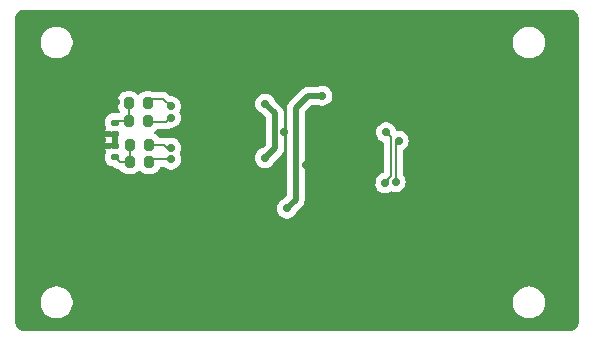
<source format=gbr>
%TF.GenerationSoftware,KiCad,Pcbnew,8.0.6-8.0.6-0~ubuntu22.04.1*%
%TF.CreationDate,2024-12-18T19:34:15+01:00*%
%TF.ProjectId,Xplore ERC IMU,58706c6f-7265-4204-9552-4320494d552e,rev?*%
%TF.SameCoordinates,Original*%
%TF.FileFunction,Copper,L2,Bot*%
%TF.FilePolarity,Positive*%
%FSLAX46Y46*%
G04 Gerber Fmt 4.6, Leading zero omitted, Abs format (unit mm)*
G04 Created by KiCad (PCBNEW 8.0.6-8.0.6-0~ubuntu22.04.1) date 2024-12-18 19:34:15*
%MOMM*%
%LPD*%
G01*
G04 APERTURE LIST*
G04 Aperture macros list*
%AMRoundRect*
0 Rectangle with rounded corners*
0 $1 Rounding radius*
0 $2 $3 $4 $5 $6 $7 $8 $9 X,Y pos of 4 corners*
0 Add a 4 corners polygon primitive as box body*
4,1,4,$2,$3,$4,$5,$6,$7,$8,$9,$2,$3,0*
0 Add four circle primitives for the rounded corners*
1,1,$1+$1,$2,$3*
1,1,$1+$1,$4,$5*
1,1,$1+$1,$6,$7*
1,1,$1+$1,$8,$9*
0 Add four rect primitives between the rounded corners*
20,1,$1+$1,$2,$3,$4,$5,0*
20,1,$1+$1,$4,$5,$6,$7,0*
20,1,$1+$1,$6,$7,$8,$9,0*
20,1,$1+$1,$8,$9,$2,$3,0*%
G04 Aperture macros list end*
%TA.AperFunction,SMDPad,CuDef*%
%ADD10RoundRect,0.200000X0.200000X0.275000X-0.200000X0.275000X-0.200000X-0.275000X0.200000X-0.275000X0*%
%TD*%
%TA.AperFunction,SMDPad,CuDef*%
%ADD11RoundRect,0.140000X0.170000X-0.140000X0.170000X0.140000X-0.170000X0.140000X-0.170000X-0.140000X0*%
%TD*%
%TA.AperFunction,SMDPad,CuDef*%
%ADD12RoundRect,0.140000X-0.170000X0.140000X-0.170000X-0.140000X0.170000X-0.140000X0.170000X0.140000X0*%
%TD*%
%TA.AperFunction,SMDPad,CuDef*%
%ADD13RoundRect,0.200000X-0.200000X-0.275000X0.200000X-0.275000X0.200000X0.275000X-0.200000X0.275000X0*%
%TD*%
%TA.AperFunction,ViaPad*%
%ADD14C,0.700000*%
%TD*%
%TA.AperFunction,Conductor*%
%ADD15C,0.500000*%
%TD*%
%TA.AperFunction,Conductor*%
%ADD16C,0.200000*%
%TD*%
%TA.AperFunction,Conductor*%
%ADD17C,0.143500*%
%TD*%
G04 APERTURE END LIST*
D10*
%TO.P,R7,1*%
%TO.N,/CANSDA-*%
X129257443Y-98619464D03*
%TO.P,R7,2*%
%TO.N,Net-(C9-Pad1)*%
X127607443Y-98619464D03*
%TD*%
%TO.P,R4,1*%
%TO.N,/CANSDA+*%
X129257443Y-100119464D03*
%TO.P,R4,2*%
%TO.N,Net-(C9-Pad1)*%
X127607443Y-100119464D03*
%TD*%
D11*
%TO.P,C8,1*%
%TO.N,Net-(C8-Pad1)*%
X126425000Y-103210000D03*
%TO.P,C8,2*%
%TO.N,GND*%
X126425000Y-102250000D03*
%TD*%
D12*
%TO.P,C9,1*%
%TO.N,Net-(C9-Pad1)*%
X126425000Y-100270000D03*
%TO.P,C9,2*%
%TO.N,GND*%
X126425000Y-101230000D03*
%TD*%
D10*
%TO.P,R1,1*%
%TO.N,/CANSCL+*%
X129354008Y-102148377D03*
%TO.P,R1,2*%
%TO.N,Net-(C8-Pad1)*%
X127704008Y-102148377D03*
%TD*%
D13*
%TO.P,R3,1*%
%TO.N,Net-(C8-Pad1)*%
X127686622Y-103642080D03*
%TO.P,R3,2*%
%TO.N,/CANSCL-*%
X129336622Y-103642080D03*
%TD*%
D14*
%TO.N,+3.3V*%
X144000000Y-98000000D03*
X141000000Y-107550000D03*
%TO.N,GND*%
X126500000Y-93500000D03*
X142600000Y-103900000D03*
X156500000Y-93500000D03*
X126500000Y-113500000D03*
X131300000Y-107500000D03*
X134200000Y-99350000D03*
X148700000Y-100250000D03*
X144090487Y-111209726D03*
X148200000Y-105300000D03*
X156500000Y-113500000D03*
X153239430Y-104479810D03*
X132950000Y-101150000D03*
X134600000Y-96850000D03*
X153450000Y-112700000D03*
X154150000Y-98550000D03*
X153285980Y-106215000D03*
X145900000Y-113900000D03*
X147500000Y-106650000D03*
X152977867Y-101139133D03*
X121500000Y-103500000D03*
X121500000Y-113500000D03*
X131500000Y-93500000D03*
X149900000Y-109550000D03*
X132700000Y-97500000D03*
X150500000Y-113900000D03*
X140791977Y-101085994D03*
X161500000Y-103500000D03*
X151500000Y-93500000D03*
X156500000Y-98500000D03*
X146500000Y-93500000D03*
X153150246Y-108176882D03*
X138800000Y-105000000D03*
X136500000Y-98500000D03*
X133650000Y-105300000D03*
X134208446Y-102920995D03*
X135700000Y-105200000D03*
X137067197Y-101207422D03*
X124999999Y-101750000D03*
X137750000Y-103350000D03*
X148250000Y-113900000D03*
X131250000Y-108800000D03*
X136200000Y-97100000D03*
X151500000Y-98500000D03*
X131000000Y-97250000D03*
X136750000Y-104300000D03*
X131250000Y-105250000D03*
X161500000Y-113500000D03*
X152950000Y-102950000D03*
X161500000Y-108500000D03*
X136500000Y-93500000D03*
X126500000Y-98500000D03*
%TO.N,+5V*%
X139175000Y-98675000D03*
X139156142Y-103268857D03*
%TO.N,/CANSCL-*%
X131197354Y-103400000D03*
%TO.N,/CANSCL+*%
X131194056Y-102400000D03*
%TO.N,/CANSDA-*%
X131166102Y-98905522D03*
%TO.N,/CANSDA+*%
X131166102Y-99855522D03*
%TO.N,/SCL*%
X149300000Y-105400000D03*
X149400000Y-101100000D03*
%TO.N,/SDA*%
X150200000Y-105300000D03*
X150455761Y-101805761D03*
%TD*%
D15*
%TO.N,+3.3V*%
X142800000Y-98000000D02*
X144000000Y-98000000D01*
X141750000Y-99050000D02*
X142800000Y-98000000D01*
X141000000Y-107550000D02*
X141750000Y-106800000D01*
X141750000Y-106800000D02*
X141750000Y-99050000D01*
D16*
%TO.N,GND*%
X126425000Y-101230000D02*
X125519999Y-101230000D01*
X125519999Y-101230000D02*
X124999999Y-101750000D01*
X125499999Y-102250000D02*
X124999999Y-101750000D01*
X126425000Y-102250000D02*
X125499999Y-102250000D01*
D15*
%TO.N,+5V*%
X139156142Y-103268857D02*
X139991977Y-102433022D01*
X139991977Y-99491977D02*
X139175000Y-98675000D01*
X139991977Y-102433022D02*
X139991977Y-99491977D01*
D16*
%TO.N,Net-(C8-Pad1)*%
X127686622Y-103642080D02*
X126857080Y-103642080D01*
X127704008Y-103624694D02*
X127686622Y-103642080D01*
X127704008Y-102148377D02*
X127704008Y-103624694D01*
X126857080Y-103642080D02*
X126425000Y-103210000D01*
%TO.N,Net-(C9-Pad1)*%
X126575536Y-100119464D02*
X126425000Y-100270000D01*
X127607443Y-100119464D02*
X126575536Y-100119464D01*
X127607443Y-98619464D02*
X127607443Y-100119464D01*
%TO.N,/CANSCL-*%
X129336622Y-103642080D02*
X129578702Y-103400000D01*
X129578702Y-103400000D02*
X131197354Y-103400000D01*
%TO.N,/CANSCL+*%
X129354008Y-102148377D02*
X130582128Y-102148377D01*
X130833751Y-102400000D02*
X131194056Y-102400000D01*
X130582128Y-102148377D02*
X130833751Y-102400000D01*
D17*
%TO.N,/CANSDA-*%
X131349001Y-99010000D02*
X131393006Y-98965995D01*
X129626907Y-98250000D02*
X129257443Y-98619464D01*
X131166102Y-98905522D02*
X130510580Y-98250000D01*
X130510580Y-98250000D02*
X129626907Y-98250000D01*
%TO.N,/CANSDA+*%
X131329500Y-99879500D02*
X131259000Y-99950000D01*
X131166102Y-99855522D02*
X130771624Y-100250000D01*
X129387979Y-100250000D02*
X129257443Y-100119464D01*
X130771624Y-100250000D02*
X129387979Y-100250000D01*
D16*
%TO.N,/SCL*%
X149550000Y-105030761D02*
X149550000Y-105150000D01*
X149550000Y-105150000D02*
X149300000Y-105400000D01*
X149800000Y-104780761D02*
X149550000Y-105030761D01*
X149400000Y-101100000D02*
X149800000Y-101500000D01*
X149800000Y-101500000D02*
X149800000Y-104780761D01*
%TO.N,/SDA*%
X150455761Y-101805761D02*
X150200000Y-102061522D01*
X150200000Y-102061522D02*
X150200000Y-105300000D01*
%TD*%
%TA.AperFunction,Conductor*%
%TO.N,GND*%
G36*
X165006061Y-90708204D02*
G01*
X165124316Y-90719851D01*
X165148144Y-90724590D01*
X165256003Y-90757309D01*
X165278451Y-90766608D01*
X165377853Y-90819739D01*
X165398059Y-90833241D01*
X165485176Y-90904736D01*
X165502365Y-90921925D01*
X165573861Y-91009044D01*
X165587366Y-91029256D01*
X165640490Y-91128647D01*
X165649791Y-91151103D01*
X165682507Y-91258951D01*
X165687250Y-91282794D01*
X165698901Y-91401103D01*
X165699498Y-91413256D01*
X165699498Y-91464686D01*
X165699499Y-91464699D01*
X165699500Y-117152405D01*
X165699500Y-117193907D01*
X165698903Y-117206062D01*
X165687256Y-117324311D01*
X165682514Y-117348151D01*
X165649798Y-117456002D01*
X165640495Y-117478461D01*
X165587370Y-117577849D01*
X165573866Y-117598059D01*
X165502369Y-117685179D01*
X165485179Y-117702369D01*
X165398059Y-117773866D01*
X165377849Y-117787370D01*
X165278461Y-117840495D01*
X165256002Y-117849798D01*
X165148151Y-117882514D01*
X165124311Y-117887256D01*
X165037215Y-117895834D01*
X165006060Y-117898903D01*
X164993907Y-117899500D01*
X118764699Y-117899500D01*
X118764687Y-117899499D01*
X118713195Y-117899499D01*
X118701042Y-117898902D01*
X118582793Y-117887257D01*
X118558955Y-117882515D01*
X118451103Y-117849800D01*
X118428646Y-117840498D01*
X118378948Y-117813935D01*
X118329247Y-117787369D01*
X118309042Y-117773868D01*
X118221920Y-117702369D01*
X118204733Y-117685182D01*
X118133235Y-117598062D01*
X118119730Y-117577851D01*
X118119729Y-117577849D01*
X118066602Y-117478455D01*
X118057303Y-117456005D01*
X118024586Y-117348153D01*
X118019844Y-117324317D01*
X118008204Y-117206141D01*
X118007607Y-117193987D01*
X118007607Y-115393713D01*
X120149500Y-115393713D01*
X120149500Y-115606286D01*
X120182753Y-115816239D01*
X120248444Y-116018414D01*
X120344951Y-116207820D01*
X120469890Y-116379786D01*
X120620213Y-116530109D01*
X120792179Y-116655048D01*
X120792181Y-116655049D01*
X120792184Y-116655051D01*
X120981588Y-116751557D01*
X121183757Y-116817246D01*
X121393713Y-116850500D01*
X121393714Y-116850500D01*
X121606286Y-116850500D01*
X121606287Y-116850500D01*
X121816243Y-116817246D01*
X122018412Y-116751557D01*
X122207816Y-116655051D01*
X122229789Y-116639086D01*
X122379786Y-116530109D01*
X122379788Y-116530106D01*
X122379792Y-116530104D01*
X122530104Y-116379792D01*
X122530106Y-116379788D01*
X122530109Y-116379786D01*
X122655048Y-116207820D01*
X122655047Y-116207820D01*
X122655051Y-116207816D01*
X122751557Y-116018412D01*
X122817246Y-115816243D01*
X122850500Y-115606287D01*
X122850500Y-115393713D01*
X160149500Y-115393713D01*
X160149500Y-115606286D01*
X160182753Y-115816239D01*
X160248444Y-116018414D01*
X160344951Y-116207820D01*
X160469890Y-116379786D01*
X160620213Y-116530109D01*
X160792179Y-116655048D01*
X160792181Y-116655049D01*
X160792184Y-116655051D01*
X160981588Y-116751557D01*
X161183757Y-116817246D01*
X161393713Y-116850500D01*
X161393714Y-116850500D01*
X161606286Y-116850500D01*
X161606287Y-116850500D01*
X161816243Y-116817246D01*
X162018412Y-116751557D01*
X162207816Y-116655051D01*
X162229789Y-116639086D01*
X162379786Y-116530109D01*
X162379788Y-116530106D01*
X162379792Y-116530104D01*
X162530104Y-116379792D01*
X162530106Y-116379788D01*
X162530109Y-116379786D01*
X162655048Y-116207820D01*
X162655047Y-116207820D01*
X162655051Y-116207816D01*
X162751557Y-116018412D01*
X162817246Y-115816243D01*
X162850500Y-115606287D01*
X162850500Y-115393713D01*
X162817246Y-115183757D01*
X162751557Y-114981588D01*
X162655051Y-114792184D01*
X162655049Y-114792181D01*
X162655048Y-114792179D01*
X162530109Y-114620213D01*
X162379786Y-114469890D01*
X162207820Y-114344951D01*
X162018414Y-114248444D01*
X162018413Y-114248443D01*
X162018412Y-114248443D01*
X161816243Y-114182754D01*
X161816241Y-114182753D01*
X161816240Y-114182753D01*
X161654957Y-114157208D01*
X161606287Y-114149500D01*
X161393713Y-114149500D01*
X161345042Y-114157208D01*
X161183760Y-114182753D01*
X160981585Y-114248444D01*
X160792179Y-114344951D01*
X160620213Y-114469890D01*
X160469890Y-114620213D01*
X160344951Y-114792179D01*
X160248444Y-114981585D01*
X160182753Y-115183760D01*
X160149500Y-115393713D01*
X122850500Y-115393713D01*
X122817246Y-115183757D01*
X122751557Y-114981588D01*
X122655051Y-114792184D01*
X122655049Y-114792181D01*
X122655048Y-114792179D01*
X122530109Y-114620213D01*
X122379786Y-114469890D01*
X122207820Y-114344951D01*
X122018414Y-114248444D01*
X122018413Y-114248443D01*
X122018412Y-114248443D01*
X121816243Y-114182754D01*
X121816241Y-114182753D01*
X121816240Y-114182753D01*
X121654957Y-114157208D01*
X121606287Y-114149500D01*
X121393713Y-114149500D01*
X121345042Y-114157208D01*
X121183760Y-114182753D01*
X120981585Y-114248444D01*
X120792179Y-114344951D01*
X120620213Y-114469890D01*
X120469890Y-114620213D01*
X120344951Y-114792179D01*
X120248444Y-114981585D01*
X120182753Y-115183760D01*
X120149500Y-115393713D01*
X118007607Y-115393713D01*
X118007607Y-107550000D01*
X140144815Y-107550000D01*
X140163503Y-107727805D01*
X140163504Y-107727807D01*
X140218747Y-107897829D01*
X140218750Y-107897835D01*
X140308141Y-108052665D01*
X140349812Y-108098946D01*
X140427764Y-108185521D01*
X140427767Y-108185523D01*
X140427770Y-108185526D01*
X140572407Y-108290612D01*
X140735733Y-108363329D01*
X140910609Y-108400500D01*
X140910610Y-108400500D01*
X141089389Y-108400500D01*
X141089391Y-108400500D01*
X141264267Y-108363329D01*
X141427593Y-108290612D01*
X141572230Y-108185526D01*
X141691859Y-108052665D01*
X141781250Y-107897835D01*
X141804644Y-107825832D01*
X141834888Y-107776477D01*
X142332951Y-107278416D01*
X142415084Y-107155495D01*
X142471658Y-107018913D01*
X142500500Y-106873918D01*
X142500500Y-106726083D01*
X142500500Y-105400000D01*
X148444815Y-105400000D01*
X148463503Y-105577805D01*
X148463504Y-105577807D01*
X148518747Y-105747829D01*
X148518750Y-105747835D01*
X148608141Y-105902665D01*
X148649812Y-105948946D01*
X148727764Y-106035521D01*
X148727767Y-106035523D01*
X148727770Y-106035526D01*
X148872407Y-106140612D01*
X149035733Y-106213329D01*
X149210609Y-106250500D01*
X149210610Y-106250500D01*
X149389389Y-106250500D01*
X149389391Y-106250500D01*
X149564267Y-106213329D01*
X149727593Y-106140612D01*
X149772042Y-106108316D01*
X149837844Y-106084836D01*
X149895362Y-106095354D01*
X149935733Y-106113329D01*
X150110609Y-106150500D01*
X150110610Y-106150500D01*
X150289389Y-106150500D01*
X150289391Y-106150500D01*
X150464267Y-106113329D01*
X150627593Y-106040612D01*
X150772230Y-105935526D01*
X150891859Y-105802665D01*
X150981250Y-105647835D01*
X151036497Y-105477803D01*
X151055185Y-105300000D01*
X151036497Y-105122197D01*
X150981250Y-104952165D01*
X150891859Y-104797335D01*
X150891855Y-104797329D01*
X150832350Y-104731242D01*
X150802120Y-104668250D01*
X150800500Y-104648270D01*
X150800500Y-102663788D01*
X150820185Y-102596749D01*
X150872989Y-102550994D01*
X150874021Y-102550527D01*
X150883354Y-102546373D01*
X151027991Y-102441287D01*
X151147620Y-102308426D01*
X151237011Y-102153596D01*
X151292258Y-101983564D01*
X151310946Y-101805761D01*
X151292258Y-101627958D01*
X151259842Y-101528192D01*
X151237013Y-101457931D01*
X151237010Y-101457925D01*
X151231185Y-101447835D01*
X151147620Y-101303096D01*
X151078847Y-101226716D01*
X151027996Y-101170239D01*
X151027993Y-101170237D01*
X151027992Y-101170236D01*
X151027991Y-101170235D01*
X150883354Y-101065149D01*
X150720028Y-100992432D01*
X150720026Y-100992431D01*
X150548346Y-100955940D01*
X150545152Y-100955261D01*
X150366370Y-100955261D01*
X150366367Y-100955261D01*
X150364133Y-100955736D01*
X150362812Y-100955635D01*
X150359912Y-100955940D01*
X150359856Y-100955409D01*
X150294467Y-100950413D01*
X150238737Y-100908270D01*
X150220434Y-100872761D01*
X150181252Y-100752170D01*
X150181249Y-100752164D01*
X150091859Y-100597335D01*
X150014120Y-100510997D01*
X149972235Y-100464478D01*
X149972232Y-100464476D01*
X149972231Y-100464475D01*
X149972230Y-100464474D01*
X149827593Y-100359388D01*
X149664267Y-100286671D01*
X149664265Y-100286670D01*
X149536594Y-100259533D01*
X149489391Y-100249500D01*
X149310609Y-100249500D01*
X149279954Y-100256015D01*
X149135733Y-100286670D01*
X149135728Y-100286672D01*
X148972408Y-100359387D01*
X148827768Y-100464475D01*
X148708140Y-100597336D01*
X148618750Y-100752164D01*
X148618747Y-100752170D01*
X148563504Y-100922192D01*
X148563503Y-100922194D01*
X148544815Y-101100000D01*
X148563503Y-101277805D01*
X148563504Y-101277807D01*
X148618747Y-101447829D01*
X148618750Y-101447835D01*
X148708141Y-101602665D01*
X148730915Y-101627958D01*
X148827764Y-101735521D01*
X148827767Y-101735523D01*
X148827770Y-101735526D01*
X148972407Y-101840612D01*
X149125936Y-101908967D01*
X149179172Y-101954216D01*
X149199494Y-102021065D01*
X149199500Y-102022246D01*
X149199500Y-104451447D01*
X149179815Y-104518486D01*
X149127011Y-104564241D01*
X149101283Y-104572737D01*
X149035730Y-104586671D01*
X149035728Y-104586672D01*
X148872408Y-104659387D01*
X148727768Y-104764475D01*
X148608140Y-104897336D01*
X148518750Y-105052164D01*
X148518747Y-105052170D01*
X148463504Y-105222192D01*
X148463503Y-105222194D01*
X148444815Y-105400000D01*
X142500500Y-105400000D01*
X142500500Y-99412229D01*
X142520185Y-99345190D01*
X142536819Y-99324548D01*
X143074548Y-98786819D01*
X143135871Y-98753334D01*
X143162229Y-98750500D01*
X143568259Y-98750500D01*
X143618693Y-98761219D01*
X143735733Y-98813329D01*
X143910609Y-98850500D01*
X143910610Y-98850500D01*
X144089389Y-98850500D01*
X144089391Y-98850500D01*
X144264267Y-98813329D01*
X144427593Y-98740612D01*
X144572230Y-98635526D01*
X144591050Y-98614625D01*
X144598148Y-98606741D01*
X144691859Y-98502665D01*
X144781250Y-98347835D01*
X144836497Y-98177803D01*
X144855185Y-98000000D01*
X144836497Y-97822197D01*
X144781250Y-97652165D01*
X144691859Y-97497335D01*
X144619568Y-97417048D01*
X144572235Y-97364478D01*
X144572232Y-97364476D01*
X144572231Y-97364475D01*
X144572230Y-97364474D01*
X144427593Y-97259388D01*
X144264267Y-97186671D01*
X144264265Y-97186670D01*
X144136594Y-97159533D01*
X144089391Y-97149500D01*
X143910609Y-97149500D01*
X143879954Y-97156015D01*
X143735733Y-97186670D01*
X143618694Y-97238780D01*
X143568259Y-97249500D01*
X142726080Y-97249500D01*
X142581092Y-97278340D01*
X142581082Y-97278343D01*
X142444511Y-97334912D01*
X142444498Y-97334919D01*
X142321584Y-97417048D01*
X142321580Y-97417051D01*
X141167045Y-98571586D01*
X141138292Y-98614622D01*
X141138290Y-98614625D01*
X141084919Y-98694498D01*
X141084912Y-98694511D01*
X141028343Y-98831082D01*
X141028340Y-98831092D01*
X140999500Y-98976079D01*
X140999500Y-106437769D01*
X140979815Y-106504808D01*
X140963181Y-106525450D01*
X140780820Y-106707810D01*
X140740894Y-106732289D01*
X140741669Y-106734029D01*
X140735736Y-106736670D01*
X140735733Y-106736671D01*
X140572408Y-106809388D01*
X140572406Y-106809389D01*
X140427768Y-106914475D01*
X140308140Y-107047336D01*
X140218750Y-107202164D01*
X140218747Y-107202170D01*
X140163504Y-107372192D01*
X140163503Y-107372194D01*
X140144815Y-107550000D01*
X118007607Y-107550000D01*
X118007607Y-102000000D01*
X125620496Y-102000000D01*
X126175000Y-102000000D01*
X126175000Y-101480000D01*
X125620496Y-101480000D01*
X125662968Y-101626194D01*
X125692943Y-101676880D01*
X125710125Y-101744604D01*
X125692943Y-101803120D01*
X125662968Y-101853805D01*
X125620496Y-102000000D01*
X118007607Y-102000000D01*
X118007607Y-100065302D01*
X125614500Y-100065302D01*
X125614500Y-100474697D01*
X125617356Y-100510991D01*
X125617357Y-100510997D01*
X125662504Y-100666390D01*
X125662507Y-100666397D01*
X125674910Y-100687370D01*
X125692093Y-100755094D01*
X125674912Y-100813608D01*
X125662968Y-100833804D01*
X125620496Y-100980000D01*
X125926648Y-100980000D01*
X125989766Y-100997267D01*
X125998605Y-101002494D01*
X125998608Y-101002494D01*
X125998610Y-101002496D01*
X126154002Y-101047642D01*
X126154005Y-101047642D01*
X126154007Y-101047643D01*
X126190310Y-101050500D01*
X126190318Y-101050500D01*
X126551000Y-101050500D01*
X126618039Y-101070185D01*
X126663794Y-101122989D01*
X126675000Y-101174500D01*
X126675000Y-102305500D01*
X126655315Y-102372539D01*
X126602511Y-102418294D01*
X126551000Y-102429500D01*
X126190302Y-102429500D01*
X126154008Y-102432356D01*
X126154002Y-102432357D01*
X125998610Y-102477503D01*
X125998605Y-102477506D01*
X125989766Y-102482732D01*
X125926648Y-102500000D01*
X125620496Y-102500000D01*
X125662968Y-102646194D01*
X125674911Y-102666389D01*
X125692092Y-102734113D01*
X125674911Y-102792628D01*
X125662506Y-102813604D01*
X125662504Y-102813609D01*
X125617357Y-102969002D01*
X125617356Y-102969008D01*
X125614500Y-103005302D01*
X125614500Y-103414697D01*
X125617356Y-103450991D01*
X125617357Y-103450997D01*
X125662504Y-103606390D01*
X125662505Y-103606393D01*
X125744881Y-103745684D01*
X125744887Y-103745692D01*
X125859307Y-103860112D01*
X125859311Y-103860115D01*
X125859313Y-103860117D01*
X125998605Y-103942494D01*
X126039587Y-103954400D01*
X126154002Y-103987642D01*
X126154005Y-103987642D01*
X126154007Y-103987643D01*
X126190310Y-103990500D01*
X126304901Y-103990500D01*
X126371940Y-104010185D01*
X126392582Y-104026818D01*
X126488364Y-104122600D01*
X126488366Y-104122601D01*
X126488370Y-104122604D01*
X126625289Y-104201653D01*
X126625296Y-104201657D01*
X126737099Y-104231614D01*
X126778022Y-104242580D01*
X126778023Y-104242580D01*
X126794907Y-104242580D01*
X126861946Y-104262265D01*
X126901024Y-104302430D01*
X126931152Y-104352268D01*
X127051433Y-104472549D01*
X127051435Y-104472550D01*
X127051437Y-104472552D01*
X127197016Y-104560558D01*
X127359426Y-104611166D01*
X127430006Y-104617580D01*
X127430009Y-104617580D01*
X127943235Y-104617580D01*
X127943238Y-104617580D01*
X128013818Y-104611166D01*
X128176228Y-104560558D01*
X128321807Y-104472552D01*
X128342912Y-104451447D01*
X128423941Y-104370419D01*
X128485264Y-104336934D01*
X128554956Y-104341918D01*
X128599303Y-104370419D01*
X128701433Y-104472549D01*
X128701435Y-104472550D01*
X128701437Y-104472552D01*
X128847016Y-104560558D01*
X129009426Y-104611166D01*
X129080006Y-104617580D01*
X129080009Y-104617580D01*
X129593235Y-104617580D01*
X129593238Y-104617580D01*
X129663818Y-104611166D01*
X129826228Y-104560558D01*
X129971807Y-104472552D01*
X130092094Y-104352265D01*
X130180100Y-104206686D01*
X130217205Y-104087609D01*
X130255942Y-104029462D01*
X130319967Y-104001488D01*
X130335590Y-104000500D01*
X130538625Y-104000500D01*
X130605664Y-104020185D01*
X130621599Y-104032351D01*
X130625120Y-104035521D01*
X130625124Y-104035526D01*
X130769761Y-104140612D01*
X130933087Y-104213329D01*
X131107963Y-104250500D01*
X131107964Y-104250500D01*
X131286743Y-104250500D01*
X131286745Y-104250500D01*
X131461621Y-104213329D01*
X131624947Y-104140612D01*
X131769584Y-104035526D01*
X131889213Y-103902665D01*
X131978604Y-103747835D01*
X132033851Y-103577803D01*
X132052539Y-103400000D01*
X132038755Y-103268857D01*
X138300957Y-103268857D01*
X138319645Y-103446662D01*
X138319646Y-103446664D01*
X138374889Y-103616686D01*
X138374892Y-103616692D01*
X138464283Y-103771522D01*
X138505954Y-103817803D01*
X138583906Y-103904378D01*
X138583909Y-103904380D01*
X138583912Y-103904383D01*
X138728549Y-104009469D01*
X138891875Y-104082186D01*
X139066751Y-104119357D01*
X139066752Y-104119357D01*
X139245531Y-104119357D01*
X139245533Y-104119357D01*
X139420409Y-104082186D01*
X139583735Y-104009469D01*
X139728372Y-103904383D01*
X139848001Y-103771522D01*
X139937392Y-103616692D01*
X139960786Y-103544689D01*
X139991032Y-103495332D01*
X140574928Y-102911438D01*
X140657061Y-102788517D01*
X140713635Y-102651935D01*
X140724612Y-102596749D01*
X140742477Y-102506942D01*
X140742477Y-99418056D01*
X140713636Y-99273069D01*
X140713635Y-99273068D01*
X140713635Y-99273064D01*
X140705470Y-99253351D01*
X140657064Y-99136488D01*
X140657057Y-99136475D01*
X140607521Y-99062340D01*
X140607519Y-99062337D01*
X140574931Y-99013563D01*
X140009892Y-98448524D01*
X139979642Y-98399160D01*
X139956250Y-98327165D01*
X139956248Y-98327161D01*
X139923245Y-98269998D01*
X139866859Y-98172335D01*
X139747235Y-98039478D01*
X139747232Y-98039476D01*
X139747231Y-98039475D01*
X139747230Y-98039474D01*
X139602593Y-97934388D01*
X139439267Y-97861671D01*
X139439265Y-97861670D01*
X139311594Y-97834533D01*
X139264391Y-97824500D01*
X139085609Y-97824500D01*
X139054954Y-97831015D01*
X138910733Y-97861670D01*
X138910728Y-97861672D01*
X138747408Y-97934387D01*
X138602768Y-98039475D01*
X138483140Y-98172336D01*
X138393750Y-98327164D01*
X138393747Y-98327170D01*
X138338504Y-98497192D01*
X138338503Y-98497194D01*
X138319815Y-98675000D01*
X138338503Y-98852805D01*
X138338504Y-98852807D01*
X138393747Y-99022829D01*
X138393750Y-99022835D01*
X138483141Y-99177665D01*
X138516430Y-99214636D01*
X138602764Y-99310521D01*
X138602767Y-99310523D01*
X138602770Y-99310526D01*
X138747407Y-99415612D01*
X138910733Y-99488329D01*
X138910734Y-99488329D01*
X138916670Y-99490972D01*
X138915890Y-99492723D01*
X138955822Y-99517190D01*
X139205158Y-99766526D01*
X139238643Y-99827849D01*
X139241477Y-99854207D01*
X139241477Y-102070791D01*
X139221792Y-102137830D01*
X139205158Y-102158472D01*
X138936962Y-102426667D01*
X138897036Y-102451146D01*
X138897811Y-102452886D01*
X138891878Y-102455527D01*
X138891875Y-102455528D01*
X138728550Y-102528245D01*
X138728548Y-102528246D01*
X138583910Y-102633332D01*
X138464282Y-102766193D01*
X138374892Y-102921021D01*
X138374889Y-102921027D01*
X138319646Y-103091049D01*
X138319645Y-103091051D01*
X138300957Y-103268857D01*
X132038755Y-103268857D01*
X132033851Y-103222197D01*
X131978604Y-103052165D01*
X131924896Y-102959140D01*
X131908424Y-102891243D01*
X131924897Y-102835144D01*
X131975306Y-102747835D01*
X132030553Y-102577803D01*
X132049241Y-102400000D01*
X132030553Y-102222197D01*
X131975306Y-102052165D01*
X131885915Y-101897335D01*
X131813366Y-101816761D01*
X131766291Y-101764478D01*
X131766288Y-101764476D01*
X131766287Y-101764475D01*
X131766286Y-101764474D01*
X131621649Y-101659388D01*
X131458323Y-101586671D01*
X131458321Y-101586670D01*
X131330650Y-101559533D01*
X131283447Y-101549500D01*
X131104665Y-101549500D01*
X131057461Y-101559533D01*
X130929791Y-101586670D01*
X130929787Y-101586671D01*
X130919995Y-101591031D01*
X130850744Y-101600311D01*
X130822112Y-101590257D01*
X130821427Y-101591912D01*
X130813917Y-101588801D01*
X130795145Y-101583771D01*
X130661185Y-101547876D01*
X130503071Y-101547876D01*
X130495475Y-101547876D01*
X130495459Y-101547877D01*
X130245723Y-101547877D01*
X130178684Y-101528192D01*
X130139606Y-101488027D01*
X130109480Y-101438192D01*
X130109478Y-101438190D01*
X130109477Y-101438188D01*
X129989196Y-101317907D01*
X129989193Y-101317905D01*
X129843614Y-101229899D01*
X129843612Y-101229898D01*
X129843610Y-101229897D01*
X129843611Y-101229897D01*
X129833402Y-101226716D01*
X129775255Y-101187977D01*
X129747284Y-101123951D01*
X129758367Y-101054966D01*
X129804988Y-101002924D01*
X129806030Y-101002286D01*
X129892628Y-100949936D01*
X129934294Y-100908270D01*
X129983996Y-100858569D01*
X130045319Y-100825084D01*
X130071677Y-100822250D01*
X130846959Y-100822250D01*
X130846962Y-100822250D01*
X130992504Y-100783252D01*
X130992507Y-100783250D01*
X130992510Y-100783249D01*
X131097498Y-100722635D01*
X131159497Y-100706022D01*
X131255491Y-100706022D01*
X131255493Y-100706022D01*
X131430369Y-100668851D01*
X131593695Y-100596134D01*
X131738332Y-100491048D01*
X131857961Y-100358187D01*
X131947352Y-100203357D01*
X132002599Y-100033325D01*
X132021287Y-99855522D01*
X132002599Y-99677719D01*
X131952747Y-99524291D01*
X131947354Y-99507692D01*
X131947353Y-99507691D01*
X131947352Y-99507687D01*
X131909726Y-99442518D01*
X131893255Y-99374623D01*
X131909726Y-99318525D01*
X131947352Y-99253357D01*
X132002599Y-99083325D01*
X132021287Y-98905522D01*
X132002599Y-98727719D01*
X131965852Y-98614625D01*
X131947354Y-98557692D01*
X131947351Y-98557686D01*
X131915585Y-98502665D01*
X131857961Y-98402857D01*
X131789812Y-98327170D01*
X131738337Y-98270000D01*
X131738334Y-98269998D01*
X131738333Y-98269997D01*
X131738332Y-98269996D01*
X131593695Y-98164910D01*
X131430369Y-98092193D01*
X131430367Y-98092192D01*
X131302696Y-98065055D01*
X131255493Y-98055022D01*
X131255492Y-98055022D01*
X131176248Y-98055022D01*
X131109209Y-98035337D01*
X131088567Y-98018703D01*
X130861951Y-97792087D01*
X130861946Y-97792083D01*
X130731462Y-97716749D01*
X130731461Y-97716748D01*
X130695074Y-97706998D01*
X130585918Y-97677750D01*
X130585915Y-97677750D01*
X129691354Y-97677750D01*
X129654465Y-97672136D01*
X129642749Y-97668485D01*
X129584639Y-97650378D01*
X129514059Y-97643964D01*
X129000827Y-97643964D01*
X128981588Y-97645712D01*
X128930250Y-97650377D01*
X128767836Y-97700986D01*
X128622254Y-97788994D01*
X128622253Y-97788995D01*
X128520124Y-97891125D01*
X128458801Y-97924610D01*
X128389109Y-97919626D01*
X128344762Y-97891125D01*
X128242631Y-97788994D01*
X128097049Y-97700986D01*
X127934639Y-97650378D01*
X127934637Y-97650377D01*
X127934635Y-97650377D01*
X127885221Y-97645887D01*
X127864059Y-97643964D01*
X127350827Y-97643964D01*
X127331588Y-97645712D01*
X127280250Y-97650377D01*
X127117836Y-97700986D01*
X126972254Y-97788994D01*
X126851973Y-97909275D01*
X126763965Y-98054857D01*
X126713356Y-98217271D01*
X126706943Y-98287850D01*
X126706943Y-98951077D01*
X126713356Y-99021656D01*
X126713356Y-99021658D01*
X126713357Y-99021660D01*
X126763965Y-99184070D01*
X126837260Y-99305315D01*
X126855096Y-99372867D01*
X126837256Y-99433620D01*
X126835210Y-99437004D01*
X126783679Y-99484188D01*
X126714819Y-99496022D01*
X126702222Y-99493481D01*
X126702220Y-99493495D01*
X126695995Y-99492357D01*
X126695993Y-99492357D01*
X126695990Y-99492356D01*
X126695986Y-99492356D01*
X126659697Y-99489500D01*
X126659690Y-99489500D01*
X126190310Y-99489500D01*
X126190302Y-99489500D01*
X126154008Y-99492356D01*
X126154002Y-99492357D01*
X125998609Y-99537504D01*
X125998606Y-99537505D01*
X125859315Y-99619881D01*
X125859307Y-99619887D01*
X125744887Y-99734307D01*
X125744881Y-99734315D01*
X125662505Y-99873606D01*
X125662504Y-99873609D01*
X125617357Y-100029002D01*
X125617356Y-100029008D01*
X125614500Y-100065302D01*
X118007607Y-100065302D01*
X118007607Y-93393713D01*
X120149500Y-93393713D01*
X120149500Y-93606286D01*
X120182753Y-93816239D01*
X120248444Y-94018414D01*
X120344951Y-94207820D01*
X120469890Y-94379786D01*
X120620213Y-94530109D01*
X120792179Y-94655048D01*
X120792181Y-94655049D01*
X120792184Y-94655051D01*
X120981588Y-94751557D01*
X121183757Y-94817246D01*
X121393713Y-94850500D01*
X121393714Y-94850500D01*
X121606286Y-94850500D01*
X121606287Y-94850500D01*
X121816243Y-94817246D01*
X122018412Y-94751557D01*
X122207816Y-94655051D01*
X122229789Y-94639086D01*
X122379786Y-94530109D01*
X122379788Y-94530106D01*
X122379792Y-94530104D01*
X122530104Y-94379792D01*
X122530106Y-94379788D01*
X122530109Y-94379786D01*
X122655048Y-94207820D01*
X122655047Y-94207820D01*
X122655051Y-94207816D01*
X122751557Y-94018412D01*
X122817246Y-93816243D01*
X122850500Y-93606287D01*
X122850500Y-93393713D01*
X160149500Y-93393713D01*
X160149500Y-93606286D01*
X160182753Y-93816239D01*
X160248444Y-94018414D01*
X160344951Y-94207820D01*
X160469890Y-94379786D01*
X160620213Y-94530109D01*
X160792179Y-94655048D01*
X160792181Y-94655049D01*
X160792184Y-94655051D01*
X160981588Y-94751557D01*
X161183757Y-94817246D01*
X161393713Y-94850500D01*
X161393714Y-94850500D01*
X161606286Y-94850500D01*
X161606287Y-94850500D01*
X161816243Y-94817246D01*
X162018412Y-94751557D01*
X162207816Y-94655051D01*
X162229789Y-94639086D01*
X162379786Y-94530109D01*
X162379788Y-94530106D01*
X162379792Y-94530104D01*
X162530104Y-94379792D01*
X162530106Y-94379788D01*
X162530109Y-94379786D01*
X162655048Y-94207820D01*
X162655047Y-94207820D01*
X162655051Y-94207816D01*
X162751557Y-94018412D01*
X162817246Y-93816243D01*
X162850500Y-93606287D01*
X162850500Y-93393713D01*
X162817246Y-93183757D01*
X162751557Y-92981588D01*
X162655051Y-92792184D01*
X162655049Y-92792181D01*
X162655048Y-92792179D01*
X162530109Y-92620213D01*
X162379786Y-92469890D01*
X162207820Y-92344951D01*
X162018414Y-92248444D01*
X162018413Y-92248443D01*
X162018412Y-92248443D01*
X161816243Y-92182754D01*
X161816241Y-92182753D01*
X161816240Y-92182753D01*
X161654957Y-92157208D01*
X161606287Y-92149500D01*
X161393713Y-92149500D01*
X161345042Y-92157208D01*
X161183760Y-92182753D01*
X160981585Y-92248444D01*
X160792179Y-92344951D01*
X160620213Y-92469890D01*
X160469890Y-92620213D01*
X160344951Y-92792179D01*
X160248444Y-92981585D01*
X160182753Y-93183760D01*
X160149500Y-93393713D01*
X122850500Y-93393713D01*
X122817246Y-93183757D01*
X122751557Y-92981588D01*
X122655051Y-92792184D01*
X122655049Y-92792181D01*
X122655048Y-92792179D01*
X122530109Y-92620213D01*
X122379786Y-92469890D01*
X122207820Y-92344951D01*
X122018414Y-92248444D01*
X122018413Y-92248443D01*
X122018412Y-92248443D01*
X121816243Y-92182754D01*
X121816241Y-92182753D01*
X121816240Y-92182753D01*
X121654957Y-92157208D01*
X121606287Y-92149500D01*
X121393713Y-92149500D01*
X121345042Y-92157208D01*
X121183760Y-92182753D01*
X120981585Y-92248444D01*
X120792179Y-92344951D01*
X120620213Y-92469890D01*
X120469890Y-92620213D01*
X120344951Y-92792179D01*
X120248444Y-92981585D01*
X120182753Y-93183760D01*
X120149500Y-93393713D01*
X118007607Y-93393713D01*
X118007607Y-91454702D01*
X118007608Y-91454699D01*
X118007607Y-91413194D01*
X118008204Y-91401042D01*
X118011505Y-91367521D01*
X118019850Y-91282786D01*
X118024589Y-91258961D01*
X118057309Y-91151095D01*
X118066609Y-91128647D01*
X118119738Y-91029248D01*
X118133234Y-91009049D01*
X118204740Y-90921919D01*
X118221919Y-90904740D01*
X118309049Y-90833234D01*
X118329248Y-90819738D01*
X118428650Y-90766607D01*
X118451095Y-90757309D01*
X118558961Y-90724589D01*
X118582786Y-90719850D01*
X118701044Y-90708203D01*
X118713194Y-90707607D01*
X118754699Y-90707608D01*
X118754702Y-90707607D01*
X164952405Y-90707607D01*
X164993907Y-90707607D01*
X165006061Y-90708204D01*
G37*
%TD.AperFunction*%
%TD*%
M02*

</source>
